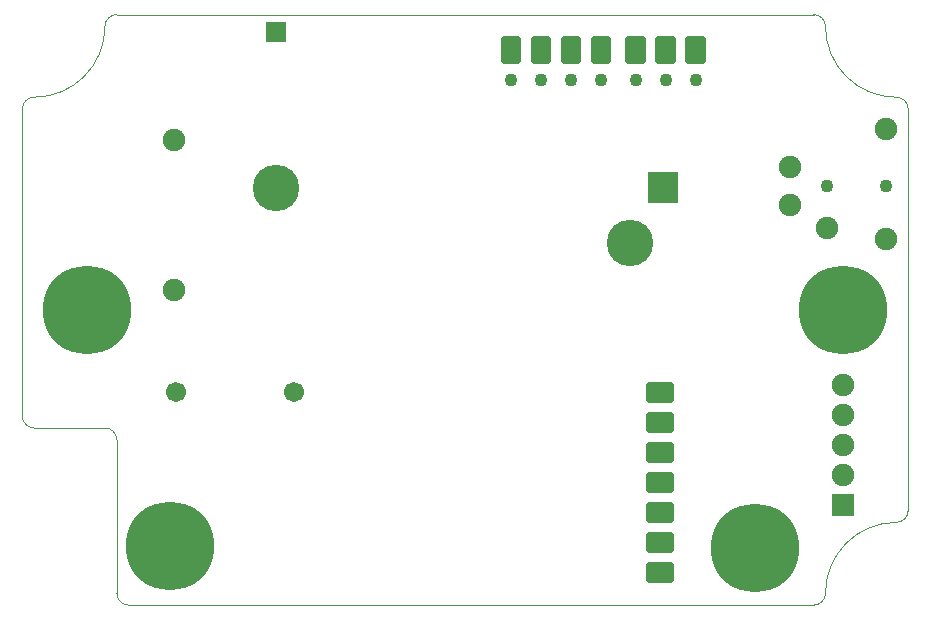
<source format=gbr>
G70*
%FSLAX54Y54*%
%ADD11C,0.0010*%
%ADD12R,0.0750X0.0750*%
%ADD13C,0.0750*%
%ADD14C,0.0433*%
%ADD15C,0.2953*%
%ADD16C,0.0200*%
%ADD17C,0.0236*%
%ADD18R,0.0650X0.0650*%
%ADD19C,0.0670*%
%ADD20C,0.1550*%
D11*
X101113Y96583D02*
X123948Y96583D01*
G75*
G03X124342Y96977I0000J0394*
G02X126704Y99339I2362J0000*
G03X127098Y99732I0000J0394*
G01X127098Y113118*
G75*
G03X126704Y113512I-0394J0000*
G02X124342Y115874I0000J2362*
G03X123948Y116268I-0394J0000*
G01X100720Y116268*
G75*
G03X100326Y115874I0000J-0394*
G02X97964Y113512I-2362J0000*
G03X97570Y113118I0000J-0394*
G01X97570Y102882*
G75*
G03X97964Y102488I0394J0000*
G01X100326Y102488*
G75*
G02X100720Y102095I0000J-0394*
G01X100720Y96977*
G75*
G03X101113Y96583I0394J0000*
D12*
X124932Y99929D03*
D13*
X124932Y100929D03*
X124932Y101929D03*
X124932Y102929D03*
X124932Y103929D03*
X126349Y112449D03*
X124381Y109142D03*
X123161Y111189D03*
X126349Y108788D03*
X123161Y109929D03*
D14*
X126349Y110559D03*
X124381Y110559D03*
D15*
X99735Y106425D03*
D16*
G01X118475Y103914D02*
X119185Y103914D01*
X119185Y103424*
X118475Y103424*
X118475Y103914*
G36*
X119185Y103914*
X119185Y103424*
X118475Y103424*
X118475Y103914*
G37*
X118475Y102914D02*
X119185Y102914D01*
X119185Y102424*
X118475Y102424*
X118475Y102914*
G36*
X119185Y102914*
X119185Y102424*
X118475Y102424*
X118475Y102914*
G37*
X118475Y101914D02*
X119185Y101914D01*
X119185Y101424*
X118475Y101424*
X118475Y101914*
G36*
X119185Y101914*
X119185Y101424*
X118475Y101424*
X118475Y101914*
G37*
X118475Y100914D02*
X119185Y100914D01*
X119185Y100424*
X118475Y100424*
X118475Y100914*
G36*
X119185Y100914*
X119185Y100424*
X118475Y100424*
X118475Y100914*
G37*
X118475Y99914D02*
X119185Y99914D01*
X119185Y99424*
X118475Y99424*
X118475Y99914*
G36*
X119185Y99914*
X119185Y99424*
X118475Y99424*
X118475Y99914*
G37*
X118475Y98914D02*
X119185Y98914D01*
X119185Y98424*
X118475Y98424*
X118475Y98914*
G36*
X119185Y98914*
X119185Y98424*
X118475Y98424*
X118475Y98914*
G37*
X118475Y97914D02*
X119185Y97914D01*
X119185Y97424*
X118475Y97424*
X118475Y97914*
G36*
X119185Y97914*
X119185Y97424*
X118475Y97424*
X118475Y97914*
G37*
D11*
G36*
X119401Y111012D02*
X119401Y110028D01*
X118416Y110028*
X118416Y111012*
X119401Y111012*
G37*
X119401Y110028*
X118416Y110028*
X118416Y111012*
X119401Y111012*
D17*
X118613Y110815D03*
X118613Y110225D03*
X119204Y110225D03*
X119204Y110815D03*
D16*
X119766Y114732D02*
X119766Y115442D01*
X120256Y115442*
X120256Y114732*
X119766Y114732*
G36*
X119766Y115442*
X120256Y115442*
X120256Y114732*
X119766Y114732*
G37*
X118766Y114732D02*
X118766Y115442D01*
X119256Y115442*
X119256Y114732*
X118766Y114732*
G36*
X118766Y115442*
X119256Y115442*
X119256Y114732*
X118766Y114732*
G37*
X117766Y114732D02*
X117766Y115442D01*
X118256Y115442*
X118256Y114732*
X117766Y114732*
G36*
X117766Y115442*
X118256Y115442*
X118256Y114732*
X117766Y114732*
G37*
D14*
X120011Y114087D03*
X119011Y114087D03*
X118011Y114087D03*
D16*
X116616Y114732D02*
X116616Y115442D01*
X117106Y115442*
X117106Y114732*
X116616Y114732*
G36*
X116616Y115442*
X117106Y115442*
X117106Y114732*
X116616Y114732*
G37*
X115616Y114732D02*
X115616Y115442D01*
X116106Y115442*
X116106Y114732*
X115616Y114732*
G36*
X115616Y115442*
X116106Y115442*
X116106Y114732*
X115616Y114732*
G37*
X114616Y114732D02*
X114616Y115442D01*
X115106Y115442*
X115106Y114732*
X114616Y114732*
G36*
X114616Y115442*
X115106Y115442*
X115106Y114732*
X114616Y114732*
G37*
X113616Y114732D02*
X113616Y115442D01*
X114106Y115442*
X114106Y114732*
X113616Y114732*
G36*
X113616Y115442*
X114106Y115442*
X114106Y114732*
X113616Y114732*
G37*
D14*
X116861Y114087D03*
X115861Y114087D03*
X114861Y114087D03*
X113861Y114087D03*
D18*
X106035Y115677D03*
D15*
X124932Y106425D03*
X121979Y98473D03*
X102491Y98551D03*
D19*
X102688Y103669D03*
X106625Y103669D03*
D13*
X102640Y112075D03*
X102640Y107075D03*
D20*
X117840Y108650D03*
X106040Y110500D03*
M02*

</source>
